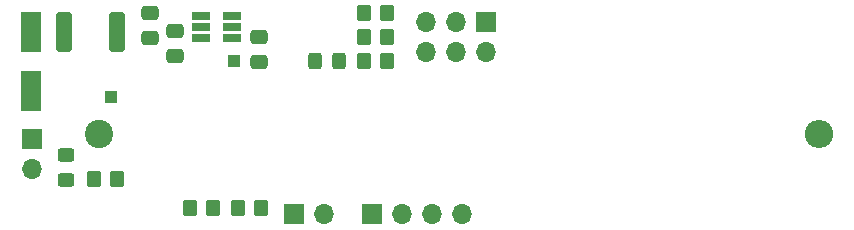
<source format=gbr>
%TF.GenerationSoftware,KiCad,Pcbnew,(6.0.7-1)-1*%
%TF.CreationDate,2024-09-17T13:20:57+05:30*%
%TF.ProjectId,DIY_BMS,4449595f-424d-4532-9e6b-696361645f70,rev?*%
%TF.SameCoordinates,Original*%
%TF.FileFunction,Soldermask,Top*%
%TF.FilePolarity,Negative*%
%FSLAX46Y46*%
G04 Gerber Fmt 4.6, Leading zero omitted, Abs format (unit mm)*
G04 Created by KiCad (PCBNEW (6.0.7-1)-1) date 2024-09-17 13:20:57*
%MOMM*%
%LPD*%
G01*
G04 APERTURE LIST*
G04 Aperture macros list*
%AMRoundRect*
0 Rectangle with rounded corners*
0 $1 Rounding radius*
0 $2 $3 $4 $5 $6 $7 $8 $9 X,Y pos of 4 corners*
0 Add a 4 corners polygon primitive as box body*
4,1,4,$2,$3,$4,$5,$6,$7,$8,$9,$2,$3,0*
0 Add four circle primitives for the rounded corners*
1,1,$1+$1,$2,$3*
1,1,$1+$1,$4,$5*
1,1,$1+$1,$6,$7*
1,1,$1+$1,$8,$9*
0 Add four rect primitives between the rounded corners*
20,1,$1+$1,$2,$3,$4,$5,0*
20,1,$1+$1,$4,$5,$6,$7,0*
20,1,$1+$1,$6,$7,$8,$9,0*
20,1,$1+$1,$8,$9,$2,$3,0*%
G04 Aperture macros list end*
%ADD10R,1.800000X3.500000*%
%ADD11RoundRect,0.250000X0.400000X1.450000X-0.400000X1.450000X-0.400000X-1.450000X0.400000X-1.450000X0*%
%ADD12RoundRect,0.250000X0.350000X0.450000X-0.350000X0.450000X-0.350000X-0.450000X0.350000X-0.450000X0*%
%ADD13R,1.700000X1.700000*%
%ADD14O,1.700000X1.700000*%
%ADD15RoundRect,0.250000X-0.350000X-0.450000X0.350000X-0.450000X0.350000X0.450000X-0.350000X0.450000X0*%
%ADD16RoundRect,0.250000X0.325000X0.450000X-0.325000X0.450000X-0.325000X-0.450000X0.325000X-0.450000X0*%
%ADD17R,1.000000X1.000000*%
%ADD18RoundRect,0.250000X-0.475000X0.337500X-0.475000X-0.337500X0.475000X-0.337500X0.475000X0.337500X0*%
%ADD19RoundRect,0.250000X0.450000X-0.325000X0.450000X0.325000X-0.450000X0.325000X-0.450000X-0.325000X0*%
%ADD20C,2.400000*%
%ADD21O,2.400000X2.400000*%
%ADD22RoundRect,0.250000X0.475000X-0.337500X0.475000X0.337500X-0.475000X0.337500X-0.475000X-0.337500X0*%
%ADD23R,1.560000X0.650000*%
G04 APERTURE END LIST*
D10*
%TO.C,D1*%
X127051600Y-91012000D03*
X127051600Y-96012000D03*
%TD*%
D11*
%TO.C,F1*%
X134305000Y-90962000D03*
X129855000Y-90962000D03*
%TD*%
D12*
%TO.C,R3*%
X146542000Y-105918000D03*
X144542000Y-105918000D03*
%TD*%
D13*
%TO.C,TH1*%
X149347000Y-106426000D03*
D14*
X151887000Y-106426000D03*
%TD*%
D15*
%TO.C,R9*%
X155210000Y-89408000D03*
X157210000Y-89408000D03*
%TD*%
D13*
%TO.C,J1*%
X127101600Y-99999800D03*
D14*
X127101600Y-102539800D03*
%TD*%
D15*
%TO.C,R8*%
X155226000Y-91440000D03*
X157226000Y-91440000D03*
%TD*%
D13*
%TO.C,J2*%
X155966000Y-106426000D03*
D14*
X158506000Y-106426000D03*
X161046000Y-106426000D03*
X163586000Y-106426000D03*
%TD*%
D15*
%TO.C,R2*%
X132350000Y-103399800D03*
X134350000Y-103399800D03*
%TD*%
D16*
%TO.C,D3*%
X153171000Y-93472000D03*
X151121000Y-93472000D03*
%TD*%
D17*
%TO.C,GND*%
X144272000Y-93472000D03*
%TD*%
D12*
%TO.C,R10*%
X157226000Y-93472000D03*
X155226000Y-93472000D03*
%TD*%
%TO.C,R4*%
X142478000Y-105918000D03*
X140478000Y-105918000D03*
%TD*%
D13*
%TO.C,J3*%
X165593000Y-90165000D03*
D14*
X165593000Y-92705000D03*
X163053000Y-90165000D03*
X163053000Y-92705000D03*
X160513000Y-90165000D03*
X160513000Y-92705000D03*
%TD*%
D18*
%TO.C,C3*%
X146360000Y-91432500D03*
X146360000Y-93507500D03*
%TD*%
D19*
%TO.C,D2*%
X130048000Y-103479800D03*
X130048000Y-101429800D03*
%TD*%
D20*
%TO.C,R1*%
X132842000Y-99599800D03*
D21*
X193802000Y-99599800D03*
%TD*%
D22*
%TO.C,C1*%
X137160000Y-91461500D03*
X137160000Y-89386500D03*
%TD*%
D23*
%TO.C,U1*%
X144108600Y-91502600D03*
X144108600Y-90552600D03*
X144108600Y-89602600D03*
X141408600Y-89602600D03*
X141408600Y-90552600D03*
X141408600Y-91502600D03*
%TD*%
D18*
%TO.C,C2*%
X139260000Y-90924000D03*
X139260000Y-92999000D03*
%TD*%
D17*
%TO.C,TP1*%
X133858000Y-96520000D03*
%TD*%
M02*

</source>
